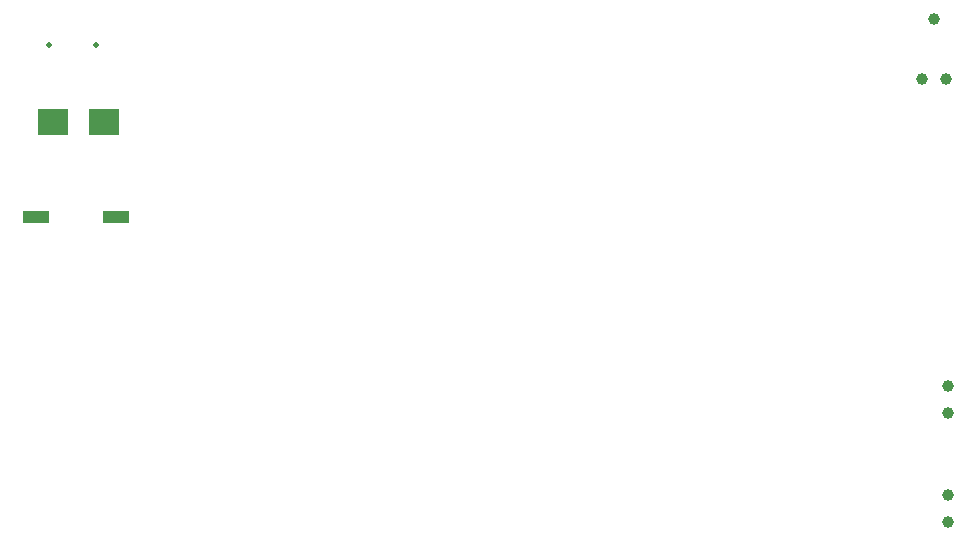
<source format=gbr>
%TF.GenerationSoftware,KiCad,Pcbnew,(5.99.0-8534-g3fcd0860c1)*%
%TF.CreationDate,2021-03-04T23:40:16+01:00*%
%TF.ProjectId,Navi_2_0,4e617669-5f32-45f3-902e-6b696361645f,rev?*%
%TF.SameCoordinates,Original*%
%TF.FileFunction,Soldermask,Top*%
%TF.FilePolarity,Negative*%
%FSLAX46Y46*%
G04 Gerber Fmt 4.6, Leading zero omitted, Abs format (unit mm)*
G04 Created by KiCad (PCBNEW (5.99.0-8534-g3fcd0860c1)) date 2021-03-04 23:40:16*
%MOMM*%
%LPD*%
G01*
G04 APERTURE LIST*
%ADD10C,0.990600*%
%ADD11R,2.160000X1.120000*%
%ADD12R,2.500000X2.300000*%
%ADD13C,1.000000*%
%ADD14C,0.500000*%
G04 APERTURE END LIST*
D10*
%TO.C,J23*%
X137634000Y-32620000D03*
X138650000Y-37700000D03*
X136618000Y-37700000D03*
%TD*%
D11*
%TO.C,SW3*%
X68365000Y-49400000D03*
X61635000Y-49400000D03*
%TD*%
D12*
%TO.C,D6*%
X67350000Y-41400000D03*
X63050000Y-41400000D03*
%TD*%
D13*
%TO.C,SW1*%
X138850000Y-72950000D03*
X138850000Y-75250000D03*
%TD*%
%TO.C,SW2*%
X138850000Y-66000000D03*
X138850000Y-63700000D03*
%TD*%
D14*
%TO.C,J1*%
X62700000Y-34840000D03*
X66700000Y-34840000D03*
%TD*%
M02*

</source>
